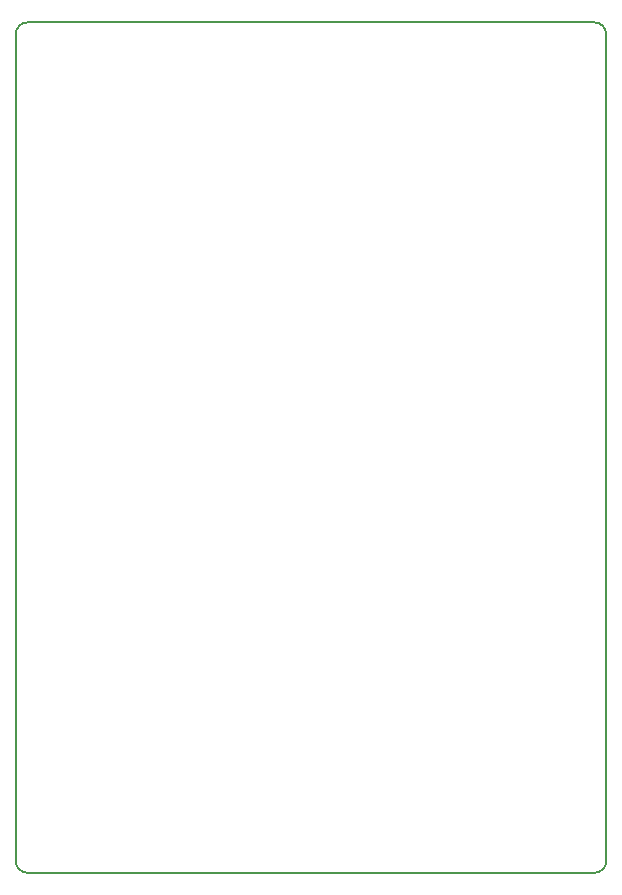
<source format=gm1>
G04 #@! TF.FileFunction,Profile,NP*
%FSLAX46Y46*%
G04 Gerber Fmt 4.6, Leading zero omitted, Abs format (unit mm)*
G04 Created by KiCad (PCBNEW 4.0.7) date Wednesday, January 10, 2018 'AMt' 07:06:06 AM*
%MOMM*%
%LPD*%
G01*
G04 APERTURE LIST*
%ADD10C,0.100000*%
%ADD11C,0.150000*%
G04 APERTURE END LIST*
D10*
D11*
X37000000Y-137000000D02*
X85000000Y-137000000D01*
X37000000Y-65000000D02*
X85000000Y-65000000D01*
X36000000Y-136000000D02*
G75*
G03X37000000Y-137000000I1000000J0D01*
G01*
X85000000Y-137000000D02*
G75*
G03X86000000Y-136000000I0J1000000D01*
G01*
X86000000Y-66000000D02*
G75*
G03X85000000Y-65000000I-1000000J0D01*
G01*
X37000000Y-65000000D02*
G75*
G03X36000000Y-66000000I0J-1000000D01*
G01*
X86000000Y-66000000D02*
X86000000Y-136000000D01*
X36000000Y-66000000D02*
X36000000Y-136000000D01*
M02*

</source>
